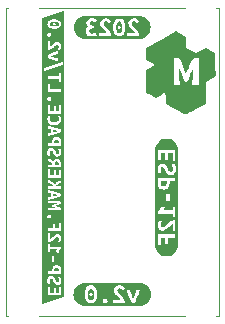
<source format=gbr>
G04 #@! TF.GenerationSoftware,KiCad,Pcbnew,6.0.10+dfsg-1~bpo11+1*
G04 #@! TF.ProjectId,top,746f702e-6b69-4636-9164-5f7063625858,rev?*
G04 #@! TF.SameCoordinates,Original*
G04 #@! TF.FileFunction,Legend,Bot*
G04 #@! TF.FilePolarity,Positive*
%FSLAX46Y46*%
G04 Gerber Fmt 4.6, Leading zero omitted, Abs format (unit mm)*
%MOMM*%
%LPD*%
G01*
G04 APERTURE LIST*
G04 #@! TA.AperFunction,Profile*
%ADD10C,0.120000*%
G04 #@! TD*
%ADD11C,1.500000*%
%ADD12C,0.900000*%
%ADD13C,2.500000*%
%ADD14C,1.700000*%
G04 APERTURE END LIST*
D10*
X166500000Y-100000000D02*
X184500000Y-100000000D01*
X184500000Y-100000000D02*
X184500000Y-126000000D01*
X184500000Y-126000000D02*
X166500000Y-126000000D01*
X166500000Y-126000000D02*
X166500000Y-100000000D01*
G36*
X182608502Y-108503980D02*
G01*
X182361039Y-108638198D01*
X182055769Y-108791419D01*
X181823164Y-108893503D01*
X181700000Y-108927314D01*
X181624817Y-108903285D01*
X181418272Y-108811355D01*
X181127759Y-108667716D01*
X180790667Y-108490334D01*
X180008335Y-108067000D01*
X180007501Y-107622500D01*
X180002202Y-107450556D01*
X179978786Y-107254803D01*
X179943166Y-107179020D01*
X179903338Y-107190367D01*
X179744429Y-107264108D01*
X179523722Y-107383569D01*
X179167778Y-107587098D01*
X178741268Y-107361382D01*
X178314758Y-107135667D01*
X178314297Y-106500667D01*
X180684000Y-106500667D01*
X181213841Y-106500667D01*
X181161980Y-105717500D01*
X181145471Y-105443861D01*
X181139880Y-105193618D01*
X181160917Y-105099457D01*
X181215412Y-105162484D01*
X181310194Y-105383806D01*
X181452093Y-105764532D01*
X181466101Y-105802484D01*
X181594825Y-106089025D01*
X181713063Y-106216032D01*
X181829647Y-106181514D01*
X181953409Y-105983479D01*
X182093179Y-105619934D01*
X182103589Y-105589211D01*
X182206157Y-105301329D01*
X182291922Y-105084970D01*
X182343244Y-104984934D01*
X182354674Y-104997700D01*
X182362989Y-105133428D01*
X182356467Y-105384666D01*
X182335467Y-105717500D01*
X182274690Y-106500667D01*
X182800666Y-106500667D01*
X182800666Y-104214667D01*
X182518987Y-104214667D01*
X182387997Y-104220379D01*
X182287853Y-104259046D01*
X182206330Y-104362523D01*
X182119082Y-104562658D01*
X182001766Y-104891298D01*
X181957282Y-105015550D01*
X181848137Y-105290977D01*
X181759519Y-105474492D01*
X181707325Y-105531527D01*
X181698674Y-105522357D01*
X181637988Y-105396519D01*
X181548978Y-105160140D01*
X181447640Y-104854896D01*
X181364186Y-104593795D01*
X181282219Y-104378071D01*
X181205126Y-104265133D01*
X181107873Y-104221744D01*
X180965427Y-104214667D01*
X180684000Y-104214667D01*
X180684000Y-106500667D01*
X178314297Y-106500667D01*
X178314045Y-106153692D01*
X178313333Y-105171718D01*
X178656090Y-105017156D01*
X178748441Y-104973728D01*
X178943796Y-104868030D01*
X179041456Y-104793651D01*
X179029816Y-104754901D01*
X178909474Y-104655767D01*
X178698699Y-104537483D01*
X178313333Y-104350258D01*
X178315154Y-103837962D01*
X178316975Y-103325667D01*
X179583123Y-102635276D01*
X180849272Y-101944885D01*
X181273924Y-102169609D01*
X181698575Y-102394334D01*
X181700508Y-102860000D01*
X181702440Y-103325667D01*
X182556296Y-103796661D01*
X183394762Y-103340311D01*
X184197666Y-103781503D01*
X184221462Y-104753370D01*
X184245257Y-105725237D01*
X183819295Y-105957074D01*
X183393333Y-106188912D01*
X183392780Y-106500667D01*
X183390003Y-108067000D01*
X182608502Y-108503980D01*
G37*
G36*
X172988126Y-125148989D02*
G01*
X172806615Y-125093929D01*
X172639333Y-125004514D01*
X172492709Y-124884183D01*
X172372378Y-124737559D01*
X172282964Y-124570277D01*
X172227903Y-124388766D01*
X172209311Y-124200000D01*
X172209546Y-124197619D01*
X173177091Y-124197619D01*
X173185276Y-124380380D01*
X173209833Y-124538138D01*
X173250761Y-124670892D01*
X173308059Y-124778644D01*
X173408601Y-124884477D01*
X173535601Y-124947977D01*
X173689059Y-124969144D01*
X173842518Y-124947977D01*
X173969518Y-124884477D01*
X174070059Y-124778644D01*
X174085254Y-124750069D01*
X174665372Y-124750069D01*
X174729666Y-124909613D01*
X174877303Y-124964381D01*
X174958266Y-124950094D01*
X174977656Y-124938188D01*
X175565484Y-124938188D01*
X176527509Y-124938188D01*
X176533463Y-124878656D01*
X176532272Y-124828650D01*
X176521259Y-124714350D01*
X176488219Y-124609575D01*
X176438213Y-124513432D01*
X176376300Y-124425028D01*
X176306053Y-124343470D01*
X176231044Y-124267866D01*
X176156034Y-124196726D01*
X176085787Y-124128563D01*
X175973869Y-123999975D01*
X175929816Y-123873769D01*
X175984584Y-123734466D01*
X176122697Y-123685650D01*
X176267953Y-123718988D01*
X176417972Y-123830906D01*
X176426417Y-123819000D01*
X176698959Y-123819000D01*
X176750305Y-123984720D01*
X176804330Y-124143743D01*
X176861033Y-124296069D01*
X176920416Y-124441697D01*
X176999791Y-124623333D01*
X177075991Y-124788830D01*
X177149016Y-124938188D01*
X177394284Y-124938188D01*
X177466119Y-124788830D01*
X177538747Y-124623333D01*
X177612169Y-124441697D01*
X177666863Y-124296069D01*
X177720218Y-124143743D01*
X177772233Y-123984720D01*
X177822909Y-123819000D01*
X177515728Y-123819000D01*
X177492213Y-123912464D01*
X177464531Y-124011881D01*
X177433873Y-124114573D01*
X177401428Y-124217859D01*
X177367793Y-124319955D01*
X177333563Y-124419075D01*
X177268078Y-124597669D01*
X177199022Y-124419075D01*
X177161220Y-124319955D01*
X177124013Y-124217859D01*
X177087698Y-124114573D01*
X177052575Y-124011881D01*
X177021321Y-123912464D01*
X176996616Y-123819000D01*
X176698959Y-123819000D01*
X176426417Y-123819000D01*
X176563228Y-123626119D01*
X176460537Y-123539203D01*
X176342963Y-123478481D01*
X176218245Y-123442763D01*
X176094122Y-123430856D01*
X175920291Y-123457050D01*
X175772653Y-123535631D01*
X175670259Y-123667791D01*
X175632159Y-123852338D01*
X175660734Y-123998784D01*
X175736934Y-124135706D01*
X175844091Y-124264294D01*
X175965534Y-124383356D01*
X176036972Y-124451222D01*
X176113172Y-124532184D01*
X176173894Y-124616719D01*
X176198897Y-124695300D01*
X175565484Y-124695300D01*
X175565484Y-124938188D01*
X174977656Y-124938188D01*
X175026131Y-124908422D01*
X175073756Y-124841747D01*
X175091616Y-124750069D01*
X175073756Y-124660772D01*
X175026131Y-124595288D01*
X174958266Y-124554806D01*
X174877303Y-124540519D01*
X174729666Y-124595288D01*
X174665372Y-124750069D01*
X174085254Y-124750069D01*
X174127358Y-124670892D01*
X174168286Y-124538138D01*
X174192843Y-124380380D01*
X174201028Y-124197619D01*
X174192694Y-124016941D01*
X174167691Y-123860672D01*
X174126019Y-123728810D01*
X174067678Y-123621356D01*
X173966343Y-123515523D01*
X173840136Y-123452023D01*
X173689059Y-123430856D01*
X173535601Y-123451891D01*
X173408601Y-123514994D01*
X173308059Y-123620166D01*
X173250761Y-123727247D01*
X173209833Y-123859184D01*
X173185276Y-124015974D01*
X173177091Y-124197619D01*
X172209546Y-124197619D01*
X172227903Y-124011234D01*
X172282964Y-123829723D01*
X172372378Y-123662441D01*
X172492709Y-123515817D01*
X172639333Y-123395486D01*
X172806615Y-123306071D01*
X172988126Y-123251011D01*
X173176892Y-123232419D01*
X177823108Y-123232419D01*
X178011874Y-123251011D01*
X178193385Y-123306071D01*
X178360667Y-123395486D01*
X178507291Y-123515817D01*
X178627622Y-123662441D01*
X178717036Y-123829723D01*
X178772097Y-124011234D01*
X178790689Y-124200000D01*
X178772097Y-124388766D01*
X178717036Y-124570277D01*
X178627622Y-124737559D01*
X178507291Y-124884183D01*
X178360667Y-125004514D01*
X178193385Y-125093929D01*
X178011874Y-125148989D01*
X177823108Y-125167581D01*
X173176892Y-125167581D01*
X172988126Y-125148989D01*
G37*
G36*
X173504513Y-124584572D02*
G01*
X173469455Y-124482840D01*
X173448421Y-124353855D01*
X173441409Y-124197619D01*
X173442487Y-124173806D01*
X173555709Y-124173806D01*
X173592619Y-124284534D01*
X173686678Y-124330969D01*
X173784309Y-124284534D01*
X173820028Y-124173806D01*
X173784309Y-124061888D01*
X173686678Y-124014263D01*
X173592619Y-124061888D01*
X173555709Y-124173806D01*
X173442487Y-124173806D01*
X173448421Y-124042705D01*
X173469455Y-123914515D01*
X173504513Y-123813047D01*
X173582201Y-123713927D01*
X173689059Y-123680888D01*
X173794430Y-123713927D01*
X173872416Y-123813047D01*
X173908134Y-123914515D01*
X173929566Y-124042705D01*
X173936709Y-124197619D01*
X173929566Y-124353855D01*
X173908134Y-124482840D01*
X173872416Y-124584572D01*
X173794430Y-124683691D01*
X173689059Y-124716731D01*
X173686678Y-124715995D01*
X173582201Y-124683691D01*
X173504513Y-124584572D01*
G37*
G36*
X171432624Y-100214916D02*
G01*
X171432624Y-124425510D01*
X169567375Y-124985084D01*
X169567375Y-124274697D01*
X170016797Y-124274697D01*
X171137032Y-124274697D01*
X171137032Y-123596041D01*
X170952437Y-123596041D01*
X170952437Y-124052098D01*
X170700882Y-124052098D01*
X170700882Y-123655763D01*
X170516288Y-123655763D01*
X170516288Y-124052098D01*
X170201391Y-124052098D01*
X170201391Y-123556227D01*
X170016797Y-123556227D01*
X170016797Y-124274697D01*
X169567375Y-124274697D01*
X169567375Y-123063974D01*
X169993270Y-123063974D01*
X170000735Y-123189300D01*
X170023131Y-123286574D01*
X170078328Y-123411446D01*
X170259303Y-123346295D01*
X170205011Y-123229567D01*
X170186008Y-123154236D01*
X170179674Y-123063974D01*
X170191438Y-122970772D01*
X170224013Y-122911956D01*
X170271067Y-122882095D01*
X170324454Y-122873951D01*
X170385986Y-122893858D01*
X170433944Y-122944531D01*
X170471949Y-123013302D01*
X170503619Y-123089311D01*
X170545244Y-123194277D01*
X170604965Y-123292908D01*
X170694548Y-123366203D01*
X170827565Y-123395159D01*
X170967820Y-123369596D01*
X171073691Y-123292908D01*
X171122956Y-123216195D01*
X171152515Y-123122389D01*
X171162368Y-123011492D01*
X171156487Y-122914896D01*
X171138842Y-122831422D01*
X171086359Y-122702025D01*
X170914433Y-122767176D01*
X170957867Y-122867617D01*
X170975964Y-122995204D01*
X170961687Y-123093735D01*
X170918857Y-123152853D01*
X170847472Y-123172560D01*
X170790465Y-123154462D01*
X170747031Y-123108313D01*
X170713550Y-123044972D01*
X170686404Y-122975297D01*
X170642065Y-122865807D01*
X170576914Y-122760841D01*
X170475568Y-122682117D01*
X170407024Y-122659043D01*
X170322644Y-122651352D01*
X170183068Y-122676914D01*
X170079233Y-122753602D01*
X170031476Y-122833533D01*
X170002821Y-122936990D01*
X169993270Y-123063974D01*
X169567375Y-123063974D01*
X169567375Y-122481235D01*
X170016797Y-122481235D01*
X171122554Y-122481235D01*
X171135222Y-122407940D01*
X171143366Y-122325597D01*
X171147890Y-122244158D01*
X171149700Y-122173578D01*
X171139948Y-122041868D01*
X171110690Y-121931473D01*
X171061927Y-121842393D01*
X170991045Y-121777041D01*
X170895430Y-121737830D01*
X170775082Y-121724760D01*
X170653527Y-121737930D01*
X170556705Y-121777443D01*
X170484617Y-121843298D01*
X170434849Y-121933283D01*
X170404988Y-122045186D01*
X170395034Y-122179007D01*
X170395034Y-122258636D01*
X170016797Y-122258636D01*
X170016797Y-122481235D01*
X169567375Y-122481235D01*
X169567375Y-121469585D01*
X170371508Y-121469585D01*
X170590487Y-121469585D01*
X170590487Y-120973713D01*
X170371508Y-120973713D01*
X170371508Y-121469585D01*
X169567375Y-121469585D01*
X169567375Y-120619002D01*
X170016797Y-120619002D01*
X170201391Y-120619002D01*
X170201391Y-120383735D01*
X170827565Y-120383735D01*
X170763319Y-120499559D01*
X170718980Y-120609954D01*
X170903574Y-120682344D01*
X170945198Y-120588237D01*
X171001301Y-120486891D01*
X171066452Y-120390974D01*
X171137032Y-120313155D01*
X171137032Y-120161136D01*
X170201391Y-120161136D01*
X170201391Y-119938536D01*
X170016797Y-119938536D01*
X170016797Y-120619002D01*
X169567375Y-120619002D01*
X169567375Y-119759371D01*
X170016797Y-119759371D01*
X170062041Y-119763895D01*
X170100045Y-119762991D01*
X170186913Y-119754620D01*
X170266542Y-119729510D01*
X170339611Y-119691505D01*
X170406798Y-119644452D01*
X170468782Y-119591064D01*
X170526241Y-119534057D01*
X170580308Y-119477050D01*
X170632112Y-119423662D01*
X170729838Y-119338604D01*
X170825755Y-119305124D01*
X170931625Y-119346748D01*
X170968725Y-119451714D01*
X170943389Y-119562108D01*
X170858330Y-119676122D01*
X171013969Y-119786517D01*
X171080025Y-119708472D01*
X171126173Y-119619115D01*
X171153320Y-119524330D01*
X171162368Y-119429997D01*
X171142461Y-119297885D01*
X171082740Y-119185680D01*
X170982298Y-119107861D01*
X170842043Y-119078905D01*
X170730743Y-119100622D01*
X170626682Y-119158534D01*
X170528956Y-119239973D01*
X170438468Y-119332270D01*
X170386891Y-119386563D01*
X170325359Y-119444475D01*
X170261113Y-119490623D01*
X170201391Y-119509626D01*
X170201391Y-119028232D01*
X170016797Y-119028232D01*
X170016797Y-119759371D01*
X169567375Y-119759371D01*
X169567375Y-118845447D01*
X170016797Y-118845447D01*
X171137032Y-118845447D01*
X171137032Y-118159552D01*
X170952437Y-118159552D01*
X170952437Y-118622848D01*
X170680975Y-118622848D01*
X170680975Y-118217464D01*
X170496380Y-118217464D01*
X170496380Y-118622848D01*
X170016797Y-118622848D01*
X170016797Y-118845447D01*
X169567375Y-118845447D01*
X169567375Y-117600339D01*
X169996889Y-117600339D01*
X170007748Y-117661871D01*
X170039419Y-117713449D01*
X170090092Y-117749644D01*
X170159767Y-117763217D01*
X170227633Y-117749644D01*
X170277401Y-117713449D01*
X170308166Y-117661871D01*
X170319025Y-117600339D01*
X170277401Y-117488135D01*
X170159767Y-117439272D01*
X170038514Y-117488135D01*
X169996889Y-117600339D01*
X169567375Y-117600339D01*
X169567375Y-116490963D01*
X170016797Y-116490963D01*
X170887286Y-116480104D01*
X170413132Y-116617645D01*
X170413132Y-116780523D01*
X170887286Y-116912634D01*
X170016797Y-116903586D01*
X170016797Y-117108087D01*
X170157052Y-117102432D01*
X170302737Y-117096324D01*
X170450684Y-117089764D01*
X170597726Y-117082751D01*
X170742054Y-117074833D01*
X170881857Y-117065558D01*
X171014421Y-117054926D01*
X171137032Y-117042936D01*
X171137032Y-116858342D01*
X171039305Y-116826671D01*
X170910813Y-116785952D01*
X170771462Y-116742518D01*
X170641160Y-116700894D01*
X170779606Y-116655650D01*
X170917147Y-116610406D01*
X171041115Y-116570592D01*
X171137032Y-116538016D01*
X171137032Y-116353422D01*
X170992252Y-116340979D01*
X170851091Y-116328990D01*
X170712419Y-116318131D01*
X170575105Y-116309083D01*
X170438016Y-116301617D01*
X170300023Y-116295510D01*
X170159993Y-116290533D01*
X170016797Y-116286461D01*
X170016797Y-116490963D01*
X169567375Y-116490963D01*
X169567375Y-115595136D01*
X170016797Y-115595136D01*
X170275591Y-115647619D01*
X170275591Y-115946228D01*
X170016797Y-115996901D01*
X170016797Y-116228549D01*
X170146918Y-116196625D01*
X170272333Y-116164556D01*
X170393044Y-116132342D01*
X170509049Y-116099984D01*
X170620348Y-116067481D01*
X170754779Y-116027101D01*
X170885703Y-115987400D01*
X171013121Y-115948377D01*
X171137032Y-115910033D01*
X171137032Y-115667526D01*
X171012103Y-115627768D01*
X170883441Y-115588123D01*
X170751046Y-115548592D01*
X170614919Y-115509173D01*
X170502678Y-115477864D01*
X170386746Y-115446918D01*
X170267121Y-115416333D01*
X170143805Y-115386110D01*
X170016797Y-115356249D01*
X170016797Y-115595136D01*
X169567375Y-115595136D01*
X169567375Y-114706549D01*
X170016797Y-114706549D01*
X170153433Y-114763556D01*
X170225823Y-114802692D01*
X170296403Y-114845900D01*
X170363816Y-114892275D01*
X170426705Y-114940912D01*
X170528956Y-115035924D01*
X170016797Y-115035924D01*
X170016797Y-115258523D01*
X171137032Y-115258523D01*
X171137032Y-115035924D01*
X170671926Y-115035924D01*
X170784131Y-114952675D01*
X170907194Y-114870331D01*
X171028447Y-114798846D01*
X171137032Y-114744554D01*
X171137032Y-114492999D01*
X171025732Y-114553625D01*
X170961939Y-114591404D01*
X170895430Y-114634159D01*
X170826886Y-114680986D01*
X170756984Y-114730981D01*
X170687762Y-114783690D01*
X170621253Y-114838661D01*
X170562889Y-114782106D01*
X170496380Y-114724647D01*
X170423312Y-114668318D01*
X170345266Y-114615157D01*
X170263828Y-114566067D01*
X170180579Y-114521954D01*
X170097557Y-114484402D01*
X170016797Y-114454994D01*
X170016797Y-114706549D01*
X169567375Y-114706549D01*
X169567375Y-114321072D01*
X170016797Y-114321072D01*
X171137032Y-114321072D01*
X171137032Y-113642416D01*
X170952437Y-113642416D01*
X170952437Y-114098473D01*
X170700882Y-114098473D01*
X170700882Y-113702138D01*
X170516288Y-113702138D01*
X170516288Y-114098473D01*
X170201391Y-114098473D01*
X170201391Y-113602602D01*
X170016797Y-113602602D01*
X170016797Y-114321072D01*
X169567375Y-114321072D01*
X169567375Y-112878702D01*
X170016797Y-112878702D01*
X170123346Y-112923719D01*
X170225823Y-112975523D01*
X170326943Y-113032756D01*
X170429420Y-113094062D01*
X170429420Y-113209886D01*
X170016797Y-113209886D01*
X170016797Y-113432485D01*
X171120744Y-113432485D01*
X171134317Y-113361000D01*
X171143366Y-113282276D01*
X171147890Y-113206266D01*
X171149700Y-113142925D01*
X171144271Y-113051533D01*
X171127983Y-112969189D01*
X171100385Y-112896799D01*
X171061022Y-112835268D01*
X170946103Y-112749304D01*
X170870320Y-112726909D01*
X170782321Y-112719444D01*
X170689119Y-112729397D01*
X170604965Y-112759258D01*
X170534838Y-112812193D01*
X170483712Y-112891370D01*
X170379652Y-112826219D01*
X170260208Y-112759258D01*
X170135335Y-112696822D01*
X170016797Y-112645244D01*
X170016797Y-112878702D01*
X169567375Y-112878702D01*
X169567375Y-112205475D01*
X169993270Y-112205475D01*
X170000735Y-112330800D01*
X170023131Y-112428074D01*
X170078328Y-112552947D01*
X170259303Y-112487796D01*
X170205011Y-112371067D01*
X170186008Y-112295736D01*
X170179674Y-112205475D01*
X170191438Y-112112272D01*
X170224013Y-112053456D01*
X170271067Y-112023595D01*
X170324454Y-112015451D01*
X170385986Y-112035358D01*
X170433944Y-112086031D01*
X170471949Y-112154802D01*
X170503619Y-112230811D01*
X170545244Y-112335777D01*
X170604965Y-112434408D01*
X170694548Y-112507703D01*
X170827565Y-112536659D01*
X170967820Y-112511096D01*
X171073691Y-112434408D01*
X171122956Y-112357695D01*
X171152515Y-112263889D01*
X171162368Y-112152992D01*
X171156487Y-112056396D01*
X171138842Y-111972922D01*
X171086359Y-111843525D01*
X170914433Y-111908676D01*
X170957867Y-112009117D01*
X170975964Y-112136704D01*
X170961687Y-112235235D01*
X170918857Y-112294353D01*
X170847472Y-112314060D01*
X170790465Y-112295962D01*
X170747031Y-112249813D01*
X170713550Y-112186472D01*
X170686404Y-112116797D01*
X170642065Y-112007307D01*
X170576914Y-111902341D01*
X170475568Y-111823617D01*
X170407024Y-111800543D01*
X170322644Y-111792852D01*
X170183068Y-111818414D01*
X170079233Y-111895102D01*
X170031476Y-111975033D01*
X170002821Y-112078490D01*
X169993270Y-112205475D01*
X169567375Y-112205475D01*
X169567375Y-111622735D01*
X170016797Y-111622735D01*
X171122554Y-111622735D01*
X171135222Y-111549440D01*
X171143366Y-111467096D01*
X171147890Y-111385658D01*
X171149700Y-111315078D01*
X171139948Y-111183368D01*
X171110690Y-111072973D01*
X171061927Y-110983893D01*
X170991045Y-110918541D01*
X170895430Y-110879330D01*
X170775082Y-110866260D01*
X170653527Y-110879430D01*
X170556705Y-110918943D01*
X170484617Y-110984798D01*
X170434849Y-111074783D01*
X170404988Y-111186686D01*
X170395034Y-111320507D01*
X170395034Y-111400136D01*
X170016797Y-111400136D01*
X170016797Y-111622735D01*
X169567375Y-111622735D01*
X169567375Y-110165886D01*
X170016797Y-110165886D01*
X170275591Y-110218369D01*
X170275591Y-110516978D01*
X170016797Y-110567651D01*
X170016797Y-110799299D01*
X170146918Y-110767375D01*
X170272333Y-110735306D01*
X170393044Y-110703092D01*
X170509049Y-110670734D01*
X170620348Y-110638231D01*
X170754779Y-110597851D01*
X170885703Y-110558150D01*
X171013121Y-110519127D01*
X171137032Y-110480783D01*
X171137032Y-110238276D01*
X171012103Y-110198518D01*
X170883441Y-110158873D01*
X170751046Y-110119342D01*
X170614919Y-110079923D01*
X170502678Y-110048614D01*
X170386746Y-110017668D01*
X170267121Y-109987083D01*
X170143805Y-109956860D01*
X170016797Y-109926999D01*
X170016797Y-110165886D01*
X169567375Y-110165886D01*
X169567375Y-109375026D01*
X169993270Y-109375026D01*
X170010161Y-109520610D01*
X170060834Y-109641260D01*
X170145289Y-109736976D01*
X170229329Y-109791607D01*
X170329431Y-109830630D01*
X170445594Y-109854044D01*
X170577819Y-109861848D01*
X170709479Y-109852347D01*
X170825755Y-109823844D01*
X170925970Y-109778374D01*
X171009445Y-109717973D01*
X171075500Y-109643773D01*
X171123459Y-109556905D01*
X171152641Y-109459405D01*
X171162368Y-109353309D01*
X171152415Y-109245628D01*
X171129793Y-109161475D01*
X171102647Y-109100848D01*
X171080930Y-109063749D01*
X170903574Y-109121661D01*
X170949723Y-109222102D01*
X170968725Y-109356928D01*
X170949723Y-109459179D01*
X170886382Y-109547857D01*
X170767843Y-109611198D01*
X170684594Y-109629522D01*
X170583248Y-109635630D01*
X170465313Y-109628290D01*
X170367285Y-109606271D01*
X170289164Y-109569574D01*
X170212476Y-109482479D01*
X170186913Y-109353309D01*
X170206820Y-109209433D01*
X170246635Y-109118041D01*
X170071089Y-109061939D01*
X170017702Y-109189526D01*
X169999378Y-109276168D01*
X169993270Y-109375026D01*
X169567375Y-109375026D01*
X169567375Y-108891822D01*
X170016797Y-108891822D01*
X171137032Y-108891822D01*
X171137032Y-108213166D01*
X170952437Y-108213166D01*
X170952437Y-108669223D01*
X170700882Y-108669223D01*
X170700882Y-108272888D01*
X170516288Y-108272888D01*
X170516288Y-108669223D01*
X170201391Y-108669223D01*
X170201391Y-108173352D01*
X170016797Y-108173352D01*
X170016797Y-108891822D01*
X169567375Y-108891822D01*
X169567375Y-107646714D01*
X169996889Y-107646714D01*
X170007748Y-107708246D01*
X170039419Y-107759824D01*
X170090092Y-107796019D01*
X170159767Y-107809592D01*
X170227633Y-107796019D01*
X170277401Y-107759824D01*
X170308166Y-107708246D01*
X170319025Y-107646714D01*
X170277401Y-107534510D01*
X170159767Y-107485647D01*
X170038514Y-107534510D01*
X169996889Y-107646714D01*
X169567375Y-107646714D01*
X169567375Y-107067594D01*
X170016797Y-107067594D01*
X171137032Y-107067594D01*
X171137032Y-106843185D01*
X170201391Y-106843185D01*
X170201391Y-106363602D01*
X170016797Y-106363602D01*
X170016797Y-107067594D01*
X169567375Y-107067594D01*
X169567375Y-105950979D01*
X170016797Y-105950979D01*
X170952437Y-105950979D01*
X170952437Y-106245968D01*
X171137032Y-106245968D01*
X171137032Y-105431580D01*
X170952437Y-105431580D01*
X170952437Y-105726570D01*
X170016797Y-105726570D01*
X170016797Y-105950979D01*
X169567375Y-105950979D01*
X169567375Y-105301278D01*
X169718188Y-105301278D01*
X171281812Y-104794548D01*
X171281812Y-104566520D01*
X169718188Y-105069630D01*
X169718188Y-105301278D01*
X169567375Y-105301278D01*
X169567375Y-104130370D01*
X170016797Y-104130370D01*
X170130308Y-104184964D01*
X170256086Y-104240162D01*
X170394130Y-104295962D01*
X170504807Y-104337530D01*
X170620575Y-104378080D01*
X170741432Y-104417611D01*
X170867379Y-104456125D01*
X170867379Y-104222667D01*
X170796347Y-104204796D01*
X170720789Y-104183758D01*
X170642744Y-104160457D01*
X170564246Y-104135799D01*
X170486653Y-104110237D01*
X170411322Y-104084221D01*
X170275591Y-104034453D01*
X170411322Y-103981970D01*
X170486653Y-103953241D01*
X170564246Y-103924963D01*
X170642744Y-103897365D01*
X170720789Y-103870671D01*
X170796347Y-103846918D01*
X170867379Y-103828142D01*
X170867379Y-103601923D01*
X170741432Y-103640946D01*
X170620575Y-103682004D01*
X170504807Y-103725099D01*
X170394130Y-103770230D01*
X170256086Y-103830555D01*
X170130308Y-103888467D01*
X170016797Y-103943966D01*
X170016797Y-104130370D01*
X169567375Y-104130370D01*
X169567375Y-103471621D01*
X170016797Y-103471621D01*
X170062041Y-103476145D01*
X170100045Y-103475241D01*
X170186913Y-103466870D01*
X170266542Y-103441760D01*
X170339611Y-103403755D01*
X170406798Y-103356702D01*
X170468782Y-103303314D01*
X170526241Y-103246307D01*
X170580308Y-103189300D01*
X170632112Y-103135912D01*
X170729838Y-103050854D01*
X170825755Y-103017374D01*
X170931625Y-103058998D01*
X170968725Y-103163964D01*
X170943389Y-103274358D01*
X170858330Y-103388373D01*
X171013969Y-103498767D01*
X171080025Y-103420722D01*
X171126173Y-103331365D01*
X171153320Y-103236580D01*
X171162368Y-103142247D01*
X171142461Y-103010135D01*
X171082740Y-102897930D01*
X170982298Y-102820111D01*
X170842043Y-102791155D01*
X170730743Y-102812872D01*
X170626682Y-102870784D01*
X170528956Y-102952223D01*
X170438468Y-103044520D01*
X170386891Y-103098813D01*
X170325359Y-103156725D01*
X170261113Y-103202873D01*
X170201391Y-103221876D01*
X170201391Y-102740482D01*
X170016797Y-102740482D01*
X170016797Y-103471621D01*
X169567375Y-103471621D01*
X169567375Y-102217464D01*
X169996889Y-102217464D01*
X170007748Y-102278996D01*
X170039419Y-102330574D01*
X170090092Y-102366769D01*
X170159767Y-102380342D01*
X170227633Y-102366769D01*
X170277401Y-102330574D01*
X170308166Y-102278996D01*
X170319025Y-102217464D01*
X170277401Y-102105260D01*
X170159767Y-102056396D01*
X170038514Y-102105260D01*
X169996889Y-102217464D01*
X169567375Y-102217464D01*
X169567375Y-101314399D01*
X169993270Y-101314399D01*
X170009357Y-101431027D01*
X170057617Y-101527547D01*
X170138050Y-101603959D01*
X170219941Y-101647506D01*
X170320835Y-101678611D01*
X170440731Y-101697274D01*
X170579629Y-101703495D01*
X170716944Y-101697161D01*
X170835709Y-101678159D01*
X170935924Y-101646488D01*
X171017588Y-101602149D01*
X171098022Y-101525134D01*
X171146282Y-101429218D01*
X171162368Y-101314399D01*
X171146382Y-101197771D01*
X171098424Y-101101251D01*
X171018493Y-101024839D01*
X170937111Y-100981292D01*
X170836840Y-100950187D01*
X170717679Y-100931524D01*
X170579629Y-100925303D01*
X170440731Y-100931524D01*
X170320835Y-100950187D01*
X170219941Y-100981292D01*
X170138050Y-101024839D01*
X170057617Y-101101251D01*
X170009357Y-101197771D01*
X169993270Y-101314399D01*
X169567375Y-101314399D01*
X169567375Y-100774490D01*
X171432624Y-100214916D01*
G37*
G36*
X170285545Y-101174143D02*
G01*
X170362861Y-101147500D01*
X170460889Y-101131514D01*
X170579629Y-101126185D01*
X170697363Y-101131514D01*
X170794788Y-101147500D01*
X170871904Y-101174143D01*
X170947234Y-101233186D01*
X170972345Y-101314399D01*
X170947234Y-101394480D01*
X170871904Y-101453750D01*
X170794788Y-101480896D01*
X170697363Y-101497184D01*
X170579629Y-101502613D01*
X170460889Y-101497184D01*
X170362861Y-101480896D01*
X170285545Y-101453750D01*
X170210214Y-101394480D01*
X170185103Y-101314399D01*
X170185663Y-101312589D01*
X170478283Y-101312589D01*
X170513573Y-101386789D01*
X170597726Y-101413935D01*
X170682785Y-101386789D01*
X170718980Y-101312589D01*
X170682785Y-101241104D01*
X170597726Y-101213053D01*
X170513573Y-101241104D01*
X170478283Y-101312589D01*
X170185663Y-101312589D01*
X170210214Y-101233186D01*
X170285545Y-101174143D01*
G37*
G36*
X170576009Y-115707341D02*
G01*
X170687309Y-115731772D01*
X170799514Y-115760728D01*
X170919862Y-115794209D01*
X170799514Y-115827689D01*
X170687309Y-115856645D01*
X170576009Y-115881982D01*
X170460185Y-115904604D01*
X170460185Y-115685624D01*
X170576009Y-115707341D01*
G37*
G36*
X170860366Y-121966135D02*
G01*
X170915338Y-122006176D01*
X170945877Y-122068386D01*
X170956057Y-122148241D01*
X170955152Y-122203438D01*
X170950628Y-122258636D01*
X170588678Y-122258636D01*
X170588678Y-122168148D01*
X170599310Y-122074494D01*
X170631207Y-122007081D01*
X170688893Y-121966361D01*
X170776892Y-121952788D01*
X170860366Y-121966135D01*
G37*
G36*
X170861045Y-112959235D02*
G01*
X170914433Y-112999955D01*
X170945651Y-113062844D01*
X170956057Y-113142925D01*
X170955152Y-113173691D01*
X170950628Y-113209886D01*
X170614014Y-113209886D01*
X170614014Y-113161023D01*
X170625099Y-113062844D01*
X170658353Y-112996335D01*
X170784131Y-112945662D01*
X170861045Y-112959235D01*
G37*
G36*
X170860366Y-111107635D02*
G01*
X170915338Y-111147676D01*
X170945877Y-111209886D01*
X170956057Y-111289741D01*
X170955152Y-111344938D01*
X170950628Y-111400136D01*
X170588678Y-111400136D01*
X170588678Y-111309648D01*
X170599310Y-111215994D01*
X170631207Y-111148581D01*
X170688893Y-111107861D01*
X170776892Y-111094288D01*
X170860366Y-111107635D01*
G37*
G36*
X170576009Y-110278091D02*
G01*
X170687309Y-110302522D01*
X170799514Y-110331478D01*
X170919862Y-110364959D01*
X170799514Y-110398439D01*
X170687309Y-110427395D01*
X170576009Y-110452732D01*
X170460185Y-110475354D01*
X170460185Y-110256374D01*
X170576009Y-110278091D01*
G37*
G36*
X173039323Y-102548989D02*
G01*
X172857812Y-102493929D01*
X172690530Y-102404514D01*
X172543906Y-102284183D01*
X172423575Y-102137559D01*
X172334161Y-101970277D01*
X172312854Y-101900038D01*
X173228288Y-101900038D01*
X173261625Y-102088156D01*
X173364019Y-102236984D01*
X173442600Y-102292944D01*
X173540231Y-102334616D01*
X173657508Y-102360512D01*
X173795025Y-102369144D01*
X173910516Y-102360809D01*
X174027197Y-102340569D01*
X174036613Y-102338188D01*
X174392719Y-102338188D01*
X175354744Y-102338188D01*
X175360697Y-102278656D01*
X175359506Y-102228650D01*
X175348493Y-102114350D01*
X175315453Y-102009575D01*
X175265447Y-101913432D01*
X175203534Y-101825028D01*
X175133288Y-101743470D01*
X175058278Y-101667866D01*
X174984211Y-101597619D01*
X175576200Y-101597619D01*
X175584386Y-101780380D01*
X175608942Y-101938138D01*
X175649870Y-102070892D01*
X175707169Y-102178644D01*
X175807710Y-102284477D01*
X175934710Y-102347977D01*
X176088169Y-102369144D01*
X176241627Y-102347977D01*
X176261205Y-102338188D01*
X176773969Y-102338188D01*
X177735994Y-102338188D01*
X177741947Y-102278656D01*
X177740756Y-102228650D01*
X177729743Y-102114350D01*
X177696703Y-102009575D01*
X177646697Y-101913432D01*
X177584784Y-101825028D01*
X177514538Y-101743470D01*
X177439528Y-101667866D01*
X177364519Y-101596726D01*
X177294272Y-101528563D01*
X177182353Y-101399975D01*
X177138300Y-101273769D01*
X177193069Y-101134466D01*
X177331181Y-101085650D01*
X177476438Y-101118988D01*
X177626456Y-101230906D01*
X177771713Y-101026119D01*
X177669021Y-100939203D01*
X177551447Y-100878481D01*
X177426729Y-100842763D01*
X177302606Y-100830856D01*
X177128775Y-100857050D01*
X176981138Y-100935631D01*
X176878744Y-101067791D01*
X176840644Y-101252338D01*
X176869219Y-101398784D01*
X176945419Y-101535706D01*
X177052575Y-101664294D01*
X177174019Y-101783356D01*
X177245456Y-101851222D01*
X177321656Y-101932184D01*
X177382378Y-102016719D01*
X177407381Y-102095300D01*
X176773969Y-102095300D01*
X176773969Y-102338188D01*
X176261205Y-102338188D01*
X176368627Y-102284477D01*
X176469169Y-102178644D01*
X176526468Y-102070892D01*
X176567395Y-101938138D01*
X176591952Y-101780380D01*
X176600138Y-101597619D01*
X176591803Y-101416941D01*
X176566800Y-101260672D01*
X176525128Y-101128810D01*
X176466788Y-101021356D01*
X176365452Y-100915523D01*
X176239246Y-100852023D01*
X176088169Y-100830856D01*
X175934710Y-100851891D01*
X175807710Y-100914994D01*
X175707169Y-101020166D01*
X175649870Y-101127247D01*
X175608942Y-101259184D01*
X175584386Y-101415974D01*
X175576200Y-101597619D01*
X174984211Y-101597619D01*
X174983269Y-101596726D01*
X174913022Y-101528563D01*
X174801103Y-101399975D01*
X174757050Y-101273769D01*
X174811819Y-101134466D01*
X174949931Y-101085650D01*
X175095188Y-101118988D01*
X175245206Y-101230906D01*
X175390463Y-101026119D01*
X175287771Y-100939203D01*
X175170197Y-100878481D01*
X175045479Y-100842763D01*
X174921356Y-100830856D01*
X174747525Y-100857050D01*
X174599888Y-100935631D01*
X174497494Y-101067791D01*
X174459394Y-101252338D01*
X174487969Y-101398784D01*
X174564169Y-101535706D01*
X174671325Y-101664294D01*
X174792769Y-101783356D01*
X174864206Y-101851222D01*
X174940406Y-101932184D01*
X175001128Y-102016719D01*
X175026131Y-102095300D01*
X174392719Y-102095300D01*
X174392719Y-102338188D01*
X174036613Y-102338188D01*
X174130781Y-102314375D01*
X174204600Y-102288181D01*
X174147450Y-102042913D01*
X174005766Y-102092919D01*
X173910218Y-102112564D01*
X173797406Y-102119113D01*
X173669712Y-102103039D01*
X173586666Y-102054819D01*
X173525944Y-101895275D01*
X173549161Y-101796155D01*
X173618813Y-101732159D01*
X173724183Y-101697334D01*
X173854556Y-101685725D01*
X173945044Y-101685725D01*
X173945044Y-101442838D01*
X173835506Y-101442838D01*
X173745019Y-101433313D01*
X173664056Y-101402356D01*
X173605716Y-101345206D01*
X173583094Y-101254719D01*
X173631909Y-101127322D01*
X173766450Y-101080888D01*
X173931947Y-101108272D01*
X174073631Y-101176138D01*
X174178406Y-100961825D01*
X174008147Y-100874909D01*
X173895335Y-100841870D01*
X173768831Y-100830856D01*
X173653043Y-100838595D01*
X173553328Y-100861813D01*
X173402119Y-100948728D01*
X173314013Y-101080888D01*
X173285438Y-101245194D01*
X173335444Y-101414263D01*
X173468794Y-101538088D01*
X173367293Y-101597023D01*
X173291391Y-101678581D01*
X173244063Y-101780380D01*
X173228288Y-101900038D01*
X172312854Y-101900038D01*
X172279100Y-101788766D01*
X172260508Y-101600000D01*
X172279100Y-101411234D01*
X172334161Y-101229723D01*
X172423575Y-101062441D01*
X172543906Y-100915817D01*
X172690530Y-100795486D01*
X172857812Y-100706071D01*
X173039323Y-100651011D01*
X173228089Y-100632419D01*
X177771911Y-100632419D01*
X177960677Y-100651011D01*
X178142188Y-100706071D01*
X178309470Y-100795486D01*
X178456094Y-100915817D01*
X178576425Y-101062441D01*
X178665839Y-101229723D01*
X178720900Y-101411234D01*
X178739492Y-101600000D01*
X178720900Y-101788766D01*
X178665839Y-101970277D01*
X178576425Y-102137559D01*
X178456094Y-102284183D01*
X178309470Y-102404514D01*
X178142188Y-102493929D01*
X177960677Y-102548989D01*
X177771911Y-102567581D01*
X173228089Y-102567581D01*
X173039323Y-102548989D01*
G37*
G36*
X175903622Y-101984572D02*
G01*
X175868565Y-101882840D01*
X175847530Y-101753855D01*
X175840519Y-101597619D01*
X175841597Y-101573806D01*
X175954819Y-101573806D01*
X175991728Y-101684534D01*
X176085788Y-101730969D01*
X176183419Y-101684534D01*
X176219138Y-101573806D01*
X176183419Y-101461888D01*
X176085788Y-101414263D01*
X175991728Y-101461888D01*
X175954819Y-101573806D01*
X175841597Y-101573806D01*
X175847530Y-101442705D01*
X175868565Y-101314515D01*
X175903622Y-101213047D01*
X175981310Y-101113927D01*
X176088169Y-101080888D01*
X176193539Y-101113927D01*
X176271525Y-101213047D01*
X176307244Y-101314515D01*
X176328675Y-101442705D01*
X176335819Y-101597619D01*
X176328675Y-101753855D01*
X176307244Y-101882840D01*
X176271525Y-101984572D01*
X176193539Y-102083691D01*
X176088169Y-102116731D01*
X176085788Y-102115995D01*
X175981310Y-102083691D01*
X175903622Y-101984572D01*
G37*
G36*
X181048989Y-120212086D02*
G01*
X180993929Y-120393598D01*
X180904514Y-120560880D01*
X180784183Y-120707504D01*
X180637559Y-120827835D01*
X180470277Y-120917249D01*
X180288766Y-120972310D01*
X180100000Y-120990902D01*
X179911234Y-120972310D01*
X179729723Y-120917249D01*
X179562441Y-120827835D01*
X179415817Y-120707504D01*
X179295486Y-120560880D01*
X179206071Y-120393598D01*
X179151011Y-120212086D01*
X179132419Y-120023320D01*
X179132419Y-119120628D01*
X179364194Y-119120628D01*
X179364194Y-120023122D01*
X179607081Y-120023122D01*
X179607081Y-119413522D01*
X179964269Y-119413522D01*
X179964269Y-119946922D01*
X180207156Y-119946922D01*
X180207156Y-119413522D01*
X180838188Y-119413522D01*
X180838188Y-119120628D01*
X179364194Y-119120628D01*
X179132419Y-119120628D01*
X179132419Y-118351484D01*
X179330856Y-118351484D01*
X179357050Y-118525316D01*
X179435631Y-118672953D01*
X179567791Y-118775347D01*
X179752338Y-118813447D01*
X179898784Y-118784872D01*
X180035706Y-118708672D01*
X180164294Y-118601516D01*
X180283356Y-118480072D01*
X180351222Y-118408634D01*
X180432184Y-118332434D01*
X180516719Y-118271713D01*
X180595300Y-118246709D01*
X180595300Y-118880122D01*
X180838188Y-118880122D01*
X180838188Y-117918097D01*
X180778656Y-117912144D01*
X180728650Y-117913334D01*
X180614350Y-117924348D01*
X180509575Y-117957388D01*
X180413432Y-118007394D01*
X180325028Y-118069306D01*
X180243470Y-118139553D01*
X180167866Y-118214563D01*
X180096726Y-118289572D01*
X180028563Y-118359819D01*
X179899975Y-118471737D01*
X179773769Y-118515791D01*
X179634466Y-118461022D01*
X179585650Y-118322909D01*
X179618988Y-118177653D01*
X179730906Y-118027634D01*
X179526119Y-117882378D01*
X179439203Y-117985070D01*
X179378481Y-118102644D01*
X179342763Y-118227362D01*
X179330856Y-118351484D01*
X179132419Y-118351484D01*
X179132419Y-117389459D01*
X179364194Y-117389459D01*
X180595300Y-117389459D01*
X180595300Y-117682353D01*
X180838188Y-117682353D01*
X180838188Y-116787003D01*
X180595300Y-116787003D01*
X180595300Y-117096566D01*
X179771388Y-117096566D01*
X179855922Y-116944166D01*
X179914263Y-116798909D01*
X179671375Y-116703659D01*
X179616606Y-116827484D01*
X179542788Y-116960834D01*
X179457063Y-117087041D01*
X179364194Y-117189434D01*
X179364194Y-117389459D01*
X179132419Y-117389459D01*
X179132419Y-116320278D01*
X180083331Y-116320278D01*
X180371463Y-116320278D01*
X180371463Y-115667816D01*
X180083331Y-115667816D01*
X180083331Y-116320278D01*
X179132419Y-116320278D01*
X179132419Y-114741509D01*
X179347525Y-114741509D01*
X179360357Y-114914811D01*
X179398854Y-115060068D01*
X179463016Y-115177278D01*
X179556281Y-115263268D01*
X179682091Y-115314861D01*
X179840444Y-115332059D01*
X180000384Y-115314729D01*
X180127781Y-115262739D01*
X180222634Y-115176088D01*
X180288119Y-115057686D01*
X180327409Y-114910446D01*
X180340506Y-114734366D01*
X180340506Y-114629591D01*
X180838188Y-114629591D01*
X180838188Y-114336697D01*
X179383244Y-114336697D01*
X179366575Y-114433138D01*
X179355859Y-114541484D01*
X179349906Y-114648641D01*
X179347525Y-114741509D01*
X179132419Y-114741509D01*
X179132419Y-113638991D01*
X179330856Y-113638991D01*
X179338595Y-113766090D01*
X179361813Y-113875925D01*
X179430869Y-114046184D01*
X179657088Y-113960459D01*
X179599938Y-113828300D01*
X179576125Y-113660422D01*
X179594910Y-113530776D01*
X179651267Y-113452989D01*
X179745194Y-113427059D01*
X179820203Y-113450872D01*
X179877353Y-113511594D01*
X179921406Y-113594938D01*
X179957125Y-113686616D01*
X180015466Y-113830681D01*
X180101191Y-113968794D01*
X180234541Y-114072378D01*
X180324730Y-114102739D01*
X180435756Y-114112859D01*
X180619410Y-114079224D01*
X180756034Y-113978319D01*
X180818873Y-113873147D01*
X180856576Y-113737019D01*
X180869144Y-113569934D01*
X180859321Y-113405033D01*
X180829853Y-113277041D01*
X180757225Y-113112734D01*
X180519100Y-113198459D01*
X180590538Y-113352050D01*
X180615541Y-113451170D01*
X180623875Y-113569934D01*
X180608397Y-113692569D01*
X180565534Y-113769959D01*
X180503622Y-113809250D01*
X180433375Y-113819966D01*
X180352413Y-113793772D01*
X180289309Y-113727097D01*
X180239303Y-113636609D01*
X180197631Y-113536597D01*
X180142863Y-113398484D01*
X180064281Y-113268706D01*
X179946409Y-113172266D01*
X179771388Y-113134166D01*
X179586841Y-113167801D01*
X179447538Y-113268706D01*
X179382715Y-113369645D01*
X179343821Y-113493073D01*
X179330856Y-113638991D01*
X179132419Y-113638991D01*
X179132419Y-111976878D01*
X179364194Y-111976878D01*
X179364194Y-112869847D01*
X179607081Y-112869847D01*
X179607081Y-112269772D01*
X179938075Y-112269772D01*
X179938075Y-112791266D01*
X180180962Y-112791266D01*
X180180962Y-112269772D01*
X180595300Y-112269772D01*
X180595300Y-112922234D01*
X180838188Y-112922234D01*
X180838188Y-111976878D01*
X179364194Y-111976878D01*
X179132419Y-111976878D01*
X179132419Y-111976680D01*
X179151011Y-111787914D01*
X179206071Y-111606402D01*
X179295486Y-111439120D01*
X179415817Y-111292496D01*
X179562441Y-111172165D01*
X179729723Y-111082751D01*
X179911234Y-111027690D01*
X180100000Y-111009098D01*
X180288766Y-111027690D01*
X180470277Y-111082751D01*
X180637559Y-111172165D01*
X180784183Y-111292496D01*
X180904514Y-111439120D01*
X180993929Y-111606402D01*
X181048989Y-111787914D01*
X181067581Y-111976680D01*
X181067581Y-120023320D01*
X181048989Y-120212086D01*
G37*
G36*
X180085713Y-114748653D02*
G01*
X180071723Y-114871883D01*
X180029753Y-114960584D01*
X179953851Y-115014163D01*
X179838063Y-115032022D01*
X179728227Y-115014460D01*
X179655897Y-114961775D01*
X179615713Y-114879920D01*
X179602319Y-114774847D01*
X179603509Y-114702219D01*
X179609463Y-114629591D01*
X180085713Y-114629591D01*
X180085713Y-114748653D01*
G37*
%LPC*%
D11*
X168500000Y-109600000D03*
X168500000Y-111600000D03*
X168500000Y-113600000D03*
X168500000Y-115600000D03*
X168500000Y-117600000D03*
X168500000Y-119600000D03*
X168500000Y-121600000D03*
X168500000Y-123600000D03*
X182500000Y-123600000D03*
X182500000Y-121600000D03*
X182500000Y-119600000D03*
X182500000Y-117600000D03*
X182500000Y-115600000D03*
X182500000Y-113600000D03*
X182500000Y-111600000D03*
X182500000Y-109600000D03*
D12*
X171500000Y-125000000D03*
X168500000Y-106000000D03*
X182500000Y-103000000D03*
D13*
X168000000Y-100000000D03*
X183000000Y-100000000D03*
X183000000Y-126000000D03*
X168000000Y-126000000D03*
G36*
G01*
X173402500Y-104710000D02*
X173402500Y-103510000D01*
G75*
G02*
X173652500Y-103260000I250000J0D01*
G01*
X174852500Y-103260000D01*
G75*
G02*
X175102500Y-103510000I0J-250000D01*
G01*
X175102500Y-104710000D01*
G75*
G02*
X174852500Y-104960000I-250000J0D01*
G01*
X173652500Y-104960000D01*
G75*
G02*
X173402500Y-104710000I0J250000D01*
G01*
G37*
D14*
X176792500Y-104110000D03*
X174252500Y-106650000D03*
X176792500Y-106650000D03*
X174252500Y-109190000D03*
X176792500Y-109190000D03*
X174252500Y-111730000D03*
X176792500Y-111730000D03*
X174252500Y-114270000D03*
X176792500Y-114270000D03*
X174252500Y-116810000D03*
X176792500Y-116810000D03*
X174252500Y-119350000D03*
X176792500Y-119350000D03*
X174252500Y-121890000D03*
X176792500Y-121890000D03*
M02*

</source>
